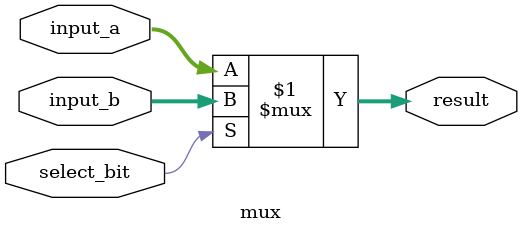
<source format=v>
/* MUX.v */ 

module mux #(
    parameter integer   DATA_WIDTH     = 32
) (
    input wire                                  select_bit,
    input wire [ DATA_WIDTH   -1 : 0]           input_a,
    input wire [ DATA_WIDTH   -1 : 0]           input_b,
    output wire [ DATA_WIDTH   -1 : 0]          result
    
);
    assign result = select_bit ? input_b : input_a;
endmodule
</source>
